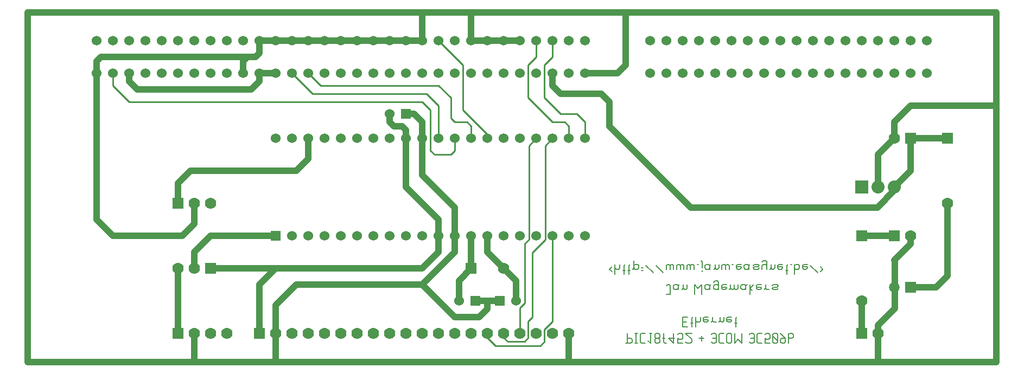
<source format=gbr>
G04 Title: PIC18f452-3COM3C509b-Ethernet, layergroup #1 *
G04 Creator: pcb-bin 20050127 *
G04 CreationDate: Sat Apr 23 10:34:42 2005 UTC *
G04 For: jan *
G04 Format: Gerber/RS-274X *
G04 PCB-Dimensions: 600000 220000 *
G04 PCB-Coordinate-Origin: lower left *
%MOIN*%
%FSLAX24Y24*%
G04 contains layers solder (0) GND-sldr (1) Vcc-sldr (2) unused (6) *
%IPPOS*%
%ADD11C,0.0400*%
%ADD12C,0.0100*%
%ADD13C,0.0080*%
%ADD14R,0.0650X0.0650*%
%ADD15R,0.0710X0.0710*%
%ADD16C,0.0650*%
%ADD17C,0.0710*%
%ADD18R,0.0700X0.0700*%
%ADD19R,0.0760X0.0760*%
%ADD20C,0.0700*%
%ADD21C,0.0760*%
%ADD22C,0.0200*%
%ADD23R,0.0600X0.0600*%
%ADD24R,0.0660X0.0660*%
%ADD25C,0.0600*%
%ADD26C,0.0660*%
%ADD27R,0.0800X0.0800*%
%ADD28R,0.0860X0.0860*%
%ADD29C,0.0800*%
%ADD30C,0.0860*%
%ADD31C,0.1575*%
%ADD32C,0.0350*%
%LNGROUP_0*%
%LPD*%
G01X0Y0D02*
G54D11*X56040Y4840D02*X54440D01*
X56740Y5540D02*X56040Y4840D01*
X56740Y9990D02*Y5540D01*
X56750Y10000D02*X56740Y9990D01*
X54500Y8005D02*Y7500D01*
X53490Y4840D02*X53470Y4860D01*
X53520Y6440D02*Y3540D01*
X54500Y14000D02*X56750D01*
X6500Y17500D02*X7000Y17000D01*
X6500Y18000D02*Y17500D01*
X22500Y15000D02*X22750Y14750D01*
X22500Y15500D02*Y15000D01*
X59500Y16000D02*X54500D01*
X53500Y3500D02*X52500Y2500D01*
Y250D01*
X14500Y18000D02*X15500D01*
X24000Y15500D02*X24500Y15000D01*
X26750Y4000D02*Y3960D01*
X34500Y18000D02*X36500D01*
X9750Y8000D02*X5500D01*
X4500Y18000D02*Y9000D01*
X23500Y20000D02*X22500D01*
X23500Y11250D02*Y11000D01*
X54500Y16000D02*X53500Y15000D01*
X15500Y6000D02*X11500D01*
X18500Y20000D02*X19500D01*
X28500Y4000D02*X29250D01*
G54D12*X31250Y3429D02*Y3750D01*
G54D11*X25500Y8000D02*Y9000D01*
X14000Y19000D02*X14250D01*
X5500Y8000D02*X4500Y9000D01*
G54D12*X29500Y2000D02*X29719D01*
G54D11*X33500D02*Y250D01*
X52455Y9750D02*X53500Y10794D01*
Y14000D02*Y15000D01*
X4500Y18750D02*Y18000D01*
X41000Y9750D02*X52455D01*
X36000Y14750D02*X41000Y9750D01*
X36000Y16250D02*Y14750D01*
X35500Y16750D02*X36000Y16250D01*
X33000Y16750D02*X35500D01*
X32500Y17250D02*X33000Y16750D01*
X32500Y18000D02*Y17250D01*
G54D12*Y15000D02*X31000Y16500D01*
G54D11*X22750Y14750D02*X23250D01*
X23500Y11250D02*Y14500D01*
X24500Y11750D02*Y15000D01*
X23500Y15500D02*X24000D01*
X59750Y21750D02*Y250D01*
X250D01*
Y21750D01*
X15500Y20000D02*X16500D01*
X14500Y19250D02*Y20000D01*
X4500Y18750D02*X4750Y19000D01*
X13750D02*X14000D01*
X14250D02*X14500Y19250D01*
X53500Y10794D02*Y11000D01*
X13500Y18750D02*X13750Y19000D01*
X13500Y18000D02*Y18750D01*
G54D12*X5500Y17250D02*Y18000D01*
X6500Y16250D02*X5500Y17250D01*
X24500Y16250D02*X6500D01*
X25000Y15750D02*X24500Y16250D01*
X25000Y13250D02*Y15750D01*
X25250Y13000D02*X25000Y13250D01*
X26250Y13000D02*X25250D01*
X26500Y13250D02*X26250Y13000D01*
X26500Y14000D02*Y13250D01*
G54D11*X4750Y19000D02*X13750D01*
G54D12*X24750Y16750D02*X25500Y16000D01*
X17750Y16750D02*X24750D01*
X16500Y18000D02*X17750Y16750D01*
X27500Y14750D02*Y14000D01*
X27250Y15000D02*X27500Y14750D01*
X26500Y15000D02*X27250D01*
X26250Y15250D02*X26500Y15000D01*
X26250Y16500D02*Y15250D01*
X25500Y17250D02*X26250Y16500D01*
X18250Y17250D02*X25500D01*
X17500Y18000D02*X18250Y17250D01*
G54D11*X28000Y3000D02*X28500Y3500D01*
X26500Y3000D02*X28000D01*
X24500Y5000D02*X26500Y3000D01*
X25500Y7000D02*Y8000D01*
X27500Y20000D02*Y21750D01*
X24500Y20000D02*Y21750D01*
Y5000D02*X16750D01*
X14500D02*Y2000D01*
X10500D02*Y250D01*
Y8750D02*X9750Y8000D01*
X9500Y6000D02*Y2000D01*
G54D12*X29000Y1250D02*X28500Y1750D01*
X31750Y1250D02*X29000D01*
X32000Y1500D02*X31750Y1250D01*
X32000Y2250D02*Y1500D01*
X32500Y2750D02*X32000Y2250D01*
X32500Y8000D02*Y2750D01*
X31250Y3250D02*Y3429D01*
Y3000D02*Y3250D01*
X31000Y2750D02*X31250Y3000D01*
X31000Y1719D02*Y2750D01*
G54D11*X28500Y20000D02*X27500D01*
G54D12*X29750Y1500D02*X30780D01*
X28500Y1750D02*Y2000D01*
X29500D02*Y1750D01*
X30799Y7519D02*Y3869D01*
Y7519D02*X31050Y7769D01*
X30500Y3569D02*X30799Y3869D01*
X31500Y14000D02*X31050Y13550D01*
Y7769D01*
X32050Y13550D02*X32500Y14000D01*
X30500Y2000D02*Y3569D01*
X31249Y6969D02*X32050Y7769D01*
Y13550D01*
X31249Y3600D02*Y6969D01*
X30780Y1500D02*X31000Y1719D01*
X29500Y1750D02*X29750Y1500D01*
G54D11*X27750Y4000D02*X28500D01*
X14500Y20000D02*X15500D01*
X26500Y7000D02*X24500Y5000D01*
Y6000D02*X15500D01*
G54D12*X31000Y16500D02*Y18500D01*
G54D11*X15500Y3750D02*X16750Y5000D01*
X22500Y20000D02*X21500D01*
G54D12*X31250Y3250D02*Y3429D01*
G54D11*X17500Y20000D02*X18500D01*
X24500Y11750D02*X26500Y9750D01*
G54D12*X23500Y11250D02*Y11000D01*
G54D11*X23250Y14750D02*X23500Y14500D01*
G54D12*X29500Y2000D02*X29719D01*
G54D11*X13750Y19000D02*X14000D01*
X24500Y20000D02*X23500D01*
X27500Y20005D02*Y20000D01*
X9500Y10000D02*Y11250D01*
X16500Y20000D02*X17500D01*
X250Y21750D02*X59750D01*
X11500Y8000D02*X10500Y7000D01*
Y6000D01*
G54D12*X27000Y18500D02*Y15750D01*
X25500Y20000D02*X27000Y18500D01*
G54D11*X16750Y12000D02*X17500Y12750D01*
G54D12*X32000Y18500D02*Y16500D01*
X34500Y15000D02*Y14000D01*
G54D11*X29500Y20000D02*X28500D01*
G54D12*X33500Y14750D02*Y14000D01*
X33250Y15000D02*X33500Y14750D01*
G54D11*X10250Y12000D02*X16750D01*
X9500Y11250D02*X10250Y12000D01*
X54500Y8000D02*Y8005D01*
X27500Y8000D02*Y6000D01*
X15500Y3750D02*Y250D01*
G54D12*X31500Y20000D02*Y19000D01*
G54D11*X20500Y20000D02*X21500D01*
G54D12*X32500Y15000D02*X33250D01*
X32500Y20000D02*Y19000D01*
G54D11*X15500Y6000D02*X14500Y5000D01*
G54D12*X31000Y18500D02*X31500Y19000D01*
G54D11*X26500Y7000D02*Y9750D01*
G54D12*X32500Y19000D02*X32000Y18500D01*
G54D11*X25500Y7000D02*X24500Y6000D01*
X10500Y10000D02*Y8750D01*
X34994Y18000D02*X34500D01*
G54D12*X27000Y15750D02*X28500Y14250D01*
G54D11*X17500Y12750D02*Y14000D01*
X23500Y11000D02*X25500Y9000D01*
X7000Y17000D02*X14000D01*
G54D12*X25500Y16000D02*Y14000D01*
G54D11*X24500Y20000D02*Y20005D01*
G54D12*X28500Y14000D02*Y14250D01*
G54D11*X36500Y18000D02*X37000Y18500D01*
X15500Y8000D02*X11500D01*
X30260Y5240D02*X28500Y7000D01*
X26750Y5250D02*Y4000D01*
X30260Y5240D02*Y3970D01*
X30250Y4000D02*Y3980D01*
X30260Y3970D01*
X27500Y6000D02*X26750Y5250D01*
X19500Y20000D02*X20500D01*
X28500Y8000D02*Y7000D01*
Y3500D02*Y4000D01*
X26750D02*Y3960D01*
X14500Y17500D02*Y18000D01*
X30500Y20000D02*X29500D01*
X54500Y7500D02*X53500Y6500D01*
X37000Y18500D02*Y21750D01*
G54D12*X33000Y15500D02*X34000D01*
G54D11*X52500Y13000D02*Y11000D01*
G54D12*X32000Y16500D02*X33000Y15500D01*
G54D11*X54500Y12000D02*X53500Y11000D01*
X51500Y8000D02*X53500D01*
G54D12*X34000Y15500D02*X34500Y15000D01*
G54D11*X52500Y13000D02*X53500Y14000D01*
X51500Y4000D02*Y2000D01*
X14000Y17000D02*X14500Y17500D01*
X54500Y12000D02*Y14000D01*
G04 Text: <http://www.janw.easynet.be/> *
G54D13*X36000Y5950D02*X36150Y5800D01*
X36000Y5950D02*X36150Y6100D01*
X36330Y5650D02*Y6250D01*
Y6025D02*X36405Y5950D01*
X36555D01*
X36630Y6025D01*
Y6250D01*
X36885Y5650D02*Y6175D01*
X36960Y6250D01*
X36810Y5875D02*X36960D01*
X37185Y5650D02*Y6175D01*
X37260Y6250D01*
X37110Y5875D02*X37260D01*
X37485Y6025D02*Y6475D01*
X37410Y5950D02*X37485Y6025D01*
X37560Y5950D01*
X37710D01*
X37785Y6025D01*
Y6175D01*
X37710Y6250D02*X37785Y6175D01*
X37560Y6250D02*X37710D01*
X37485Y6175D02*X37560Y6250D01*
X37965Y5875D02*X38040D01*
X37965Y6025D02*X38040D01*
X38220Y6175D02*X38670Y5725D01*
X38851Y6175D02*X39301Y5725D01*
X39481Y5950D02*Y6175D01*
X39556Y6250D01*
X39631D01*
X39706Y6175D01*
Y5950D02*Y6175D01*
X39781Y6250D01*
X39856D01*
X39931Y6175D01*
Y5950D02*Y6175D01*
X40111Y5950D02*Y6175D01*
X40186Y6250D01*
X40261D01*
X40336Y6175D01*
Y5950D02*Y6175D01*
X40411Y6250D01*
X40486D01*
X40561Y6175D01*
Y5950D02*Y6175D01*
X40741Y5950D02*Y6175D01*
X40816Y6250D01*
X40891D01*
X40966Y6175D01*
Y5950D02*Y6175D01*
X41041Y6250D01*
X41116D01*
X41191Y6175D01*
Y5950D02*Y6175D01*
X41371Y6250D02*X41446D01*
X41701Y5800D02*Y5875D01*
Y6025D02*Y6400D01*
X41626Y6475D02*X41701Y6400D01*
X42076Y5950D02*X42151Y6025D01*
X41926Y5950D02*X42076D01*
X41851Y6025D02*X41926Y5950D01*
X41851Y6025D02*Y6175D01*
X41926Y6250D01*
X42151Y5950D02*Y6175D01*
X42226Y6250D01*
X41926D02*X42076D01*
X42151Y6175D01*
X42482Y6025D02*Y6250D01*
Y6025D02*X42557Y5950D01*
X42632D01*
X42707Y6025D01*
Y6250D01*
X42407Y5950D02*X42482Y6025D01*
X42887Y5950D02*Y6175D01*
X42962Y6250D01*
X43037D01*
X43112Y6175D01*
Y5950D02*Y6175D01*
X43187Y6250D01*
X43262D01*
X43337Y6175D01*
Y5950D02*Y6175D01*
X43517Y6250D02*X43592D01*
X43847D02*X44072D01*
X43772Y6175D02*X43847Y6250D01*
X43772Y6025D02*Y6175D01*
Y6025D02*X43847Y5950D01*
X43997D01*
X44072Y6025D01*
X43772Y6100D02*X44072D01*
Y6025D02*Y6100D01*
X44477Y5950D02*X44552Y6025D01*
X44327Y5950D02*X44477D01*
X44252Y6025D02*X44327Y5950D01*
X44252Y6025D02*Y6175D01*
X44327Y6250D01*
X44552Y5950D02*Y6175D01*
X44627Y6250D01*
X44327D02*X44477D01*
X44552Y6175D01*
X44882Y6250D02*X45107D01*
X45182Y6175D01*
X45107Y6100D02*X45182Y6175D01*
X44882Y6100D02*X45107D01*
X44807Y6025D02*X44882Y6100D01*
X44807Y6025D02*X44882Y5950D01*
X45107D01*
X45182Y6025D01*
X44807Y6175D02*X44882Y6250D01*
X45363Y5950D02*Y6175D01*
X45438Y6250D01*
X45663Y5950D02*Y6400D01*
X45588Y6475D02*X45663Y6400D01*
X45438Y6475D02*X45588D01*
X45363Y6400D02*X45438Y6475D01*
Y6250D02*X45588D01*
X45663Y6175D01*
X45918Y6025D02*Y6250D01*
Y6025D02*X45993Y5950D01*
X46068D01*
X46143Y6025D01*
Y6250D01*
X45843Y5950D02*X45918Y6025D01*
X46398Y6250D02*X46623D01*
X46323Y6175D02*X46398Y6250D01*
X46323Y6025D02*Y6175D01*
Y6025D02*X46398Y5950D01*
X46548D01*
X46623Y6025D01*
X46323Y6100D02*X46623D01*
Y6025D02*Y6100D01*
X46878Y5650D02*Y6175D01*
X46953Y6250D01*
X46803Y5875D02*X46953D01*
X47103Y6250D02*X47178D01*
X47358Y5650D02*Y6250D01*
Y6175D02*X47433Y6250D01*
X47583D01*
X47658Y6175D01*
Y6025D02*Y6175D01*
X47583Y5950D02*X47658Y6025D01*
X47433Y5950D02*X47583D01*
X47358Y6025D02*X47433Y5950D01*
X47913Y6250D02*X48138D01*
X47838Y6175D02*X47913Y6250D01*
X47838Y6025D02*Y6175D01*
Y6025D02*X47913Y5950D01*
X48063D01*
X48138Y6025D01*
X47838Y6100D02*X48138D01*
Y6025D02*Y6100D01*
X48319Y6175D02*X48769Y5725D01*
X48949Y5800D02*X49099Y5950D01*
X48949Y6100D02*X49099Y5950D01*
G04 Text: Jan Wagemakers *
X39500Y4400D02*X39725D01*
Y4925D01*
X39650Y5000D02*X39725Y4925D01*
X39575Y5000D02*X39650D01*
X39500Y4925D02*X39575Y5000D01*
X40130Y4700D02*X40205Y4775D01*
X39980Y4700D02*X40130D01*
X39905Y4775D02*X39980Y4700D01*
X39905Y4775D02*Y4925D01*
X39980Y5000D01*
X40205Y4700D02*Y4925D01*
X40280Y5000D01*
X39980D02*X40130D01*
X40205Y4925D01*
X40535Y4775D02*Y5000D01*
Y4775D02*X40610Y4700D01*
X40685D01*
X40760Y4775D01*
Y5000D01*
X40460Y4700D02*X40535Y4775D01*
X41210Y4400D02*Y5000D01*
X41435Y4775D01*
X41660Y5000D01*
Y4400D02*Y5000D01*
X42065Y4700D02*X42140Y4775D01*
X41915Y4700D02*X42065D01*
X41840Y4775D02*X41915Y4700D01*
X41840Y4775D02*Y4925D01*
X41915Y5000D01*
X42140Y4700D02*Y4925D01*
X42215Y5000D01*
X41915D02*X42065D01*
X42140Y4925D01*
X42620Y4700D02*X42695Y4775D01*
X42470Y4700D02*X42620D01*
X42395Y4775D02*X42470Y4700D01*
X42395Y4775D02*Y4925D01*
X42470Y5000D01*
X42620D01*
X42695Y4925D01*
X42395Y5150D02*X42470Y5225D01*
X42620D01*
X42695Y5150D01*
Y4700D02*Y5150D01*
X42950Y5000D02*X43175D01*
X42875Y4925D02*X42950Y5000D01*
X42875Y4775D02*Y4925D01*
Y4775D02*X42950Y4700D01*
X43100D01*
X43175Y4775D01*
X42875Y4850D02*X43175D01*
Y4775D02*Y4850D01*
X43431Y4775D02*Y5000D01*
Y4775D02*X43506Y4700D01*
X43581D01*
X43656Y4775D01*
Y5000D01*
Y4775D02*X43731Y4700D01*
X43806D01*
X43881Y4775D01*
Y5000D01*
X43356Y4700D02*X43431Y4775D01*
X44286Y4700D02*X44361Y4775D01*
X44136Y4700D02*X44286D01*
X44061Y4775D02*X44136Y4700D01*
X44061Y4775D02*Y4925D01*
X44136Y5000D01*
X44361Y4700D02*Y4925D01*
X44436Y5000D01*
X44136D02*X44286D01*
X44361Y4925D01*
X44616Y4400D02*Y5000D01*
Y4775D02*X44841Y5000D01*
X44616Y4775D02*X44766Y4625D01*
X45096Y5000D02*X45321D01*
X45021Y4925D02*X45096Y5000D01*
X45021Y4775D02*Y4925D01*
Y4775D02*X45096Y4700D01*
X45246D01*
X45321Y4775D01*
X45021Y4850D02*X45321D01*
Y4775D02*Y4850D01*
X45576Y4775D02*Y5000D01*
Y4775D02*X45651Y4700D01*
X45801D01*
X45501D02*X45576Y4775D01*
X46056Y5000D02*X46281D01*
X46356Y4925D01*
X46281Y4850D02*X46356Y4925D01*
X46056Y4850D02*X46281D01*
X45981Y4775D02*X46056Y4850D01*
X45981Y4775D02*X46056Y4700D01*
X46281D01*
X46356Y4775D01*
X45981Y4925D02*X46056Y5000D01*
G04 Text: Ethernet *
X40500Y2700D02*X40725D01*
X40500Y3000D02*X40800D01*
X40500Y2400D02*Y3000D01*
Y2400D02*X40800D01*
X41055D02*Y2925D01*
X41130Y3000D01*
X40980Y2625D02*X41130D01*
X41280Y2400D02*Y3000D01*
Y2775D02*X41355Y2700D01*
X41505D01*
X41580Y2775D01*
Y3000D01*
X41835D02*X42060D01*
X41760Y2925D02*X41835Y3000D01*
X41760Y2775D02*Y2925D01*
Y2775D02*X41835Y2700D01*
X41985D01*
X42060Y2775D01*
X41760Y2850D02*X42060D01*
Y2775D02*Y2850D01*
X42315Y2775D02*Y3000D01*
Y2775D02*X42390Y2700D01*
X42540D01*
X42240D02*X42315Y2775D01*
X42795D02*Y3000D01*
Y2775D02*X42870Y2700D01*
X42945D01*
X43020Y2775D01*
Y3000D01*
X42720Y2700D02*X42795Y2775D01*
X43275Y3000D02*X43500D01*
X43200Y2925D02*X43275Y3000D01*
X43200Y2775D02*Y2925D01*
Y2775D02*X43275Y2700D01*
X43425D01*
X43500Y2775D01*
X43200Y2850D02*X43500D01*
Y2775D02*Y2850D01*
X43756Y2400D02*Y2925D01*
X43831Y3000D01*
X43681Y2625D02*X43831D01*
G04 Text: PIC18f452 + 3COM 3C509b *
X37075Y1400D02*Y2000D01*
X37000Y1400D02*X37300D01*
X37375Y1475D01*
Y1625D01*
X37300Y1700D02*X37375Y1625D01*
X37075Y1700D02*X37300D01*
X37555Y1400D02*X37705D01*
X37630D02*Y2000D01*
X37555D02*X37705D01*
X37960D02*X38185D01*
X37885Y1925D02*X37960Y2000D01*
X37885Y1475D02*Y1925D01*
Y1475D02*X37960Y1400D01*
X38185D01*
X38440Y2000D02*X38590D01*
X38515Y1400D02*Y2000D01*
X38365Y1550D02*X38515Y1400D01*
X38770Y1925D02*X38845Y2000D01*
X38770Y1775D02*Y1925D01*
Y1775D02*X38845Y1700D01*
X38995D01*
X39070Y1775D01*
Y1925D01*
X38995Y2000D02*X39070Y1925D01*
X38845Y2000D02*X38995D01*
X38770Y1625D02*X38845Y1700D01*
X38770Y1475D02*Y1625D01*
Y1475D02*X38845Y1400D01*
X38995D01*
X39070Y1475D01*
Y1625D01*
X38995Y1700D02*X39070Y1625D01*
X39325Y1475D02*Y2000D01*
Y1475D02*X39400Y1400D01*
X39475D01*
X39250Y1700D02*X39400D01*
X39625D02*X39925Y1400D01*
X39625Y1700D02*X40000D01*
X39925Y1400D02*Y2000D01*
X40181Y1400D02*X40481D01*
X40181D02*Y1700D01*
X40256Y1625D01*
X40406D01*
X40481Y1700D01*
Y1925D01*
X40406Y2000D02*X40481Y1925D01*
X40256Y2000D02*X40406D01*
X40181Y1925D02*X40256Y2000D01*
X40661Y1475D02*X40736Y1400D01*
X40961D01*
X41036Y1475D01*
Y1625D01*
X40661Y2000D02*X41036Y1625D01*
X40661Y2000D02*X41036D01*
X41486Y1700D02*X41786D01*
X41636Y1550D02*Y1850D01*
X42236Y1475D02*X42311Y1400D01*
X42461D01*
X42536Y1475D01*
Y1925D01*
X42461Y2000D02*X42536Y1925D01*
X42311Y2000D02*X42461D01*
X42236Y1925D02*X42311Y2000D01*
Y1700D02*X42536D01*
X42791Y2000D02*X43016D01*
X42716Y1925D02*X42791Y2000D01*
X42716Y1475D02*Y1925D01*
Y1475D02*X42791Y1400D01*
X43016D01*
X43196Y1475D02*Y1925D01*
Y1475D02*X43271Y1400D01*
X43421D01*
X43496Y1475D01*
Y1925D01*
X43421Y2000D02*X43496Y1925D01*
X43271Y2000D02*X43421D01*
X43196Y1925D02*X43271Y2000D01*
X43676Y1400D02*Y2000D01*
Y1400D02*X43901Y1625D01*
X44126Y1400D01*
Y2000D01*
X44577Y1475D02*X44652Y1400D01*
X44802D01*
X44877Y1475D01*
Y1925D01*
X44802Y2000D02*X44877Y1925D01*
X44652Y2000D02*X44802D01*
X44577Y1925D02*X44652Y2000D01*
Y1700D02*X44877D01*
X45132Y2000D02*X45357D01*
X45057Y1925D02*X45132Y2000D01*
X45057Y1475D02*Y1925D01*
Y1475D02*X45132Y1400D01*
X45357D01*
X45537D02*X45837D01*
X45537D02*Y1700D01*
X45612Y1625D01*
X45762D01*
X45837Y1700D01*
Y1925D01*
X45762Y2000D02*X45837Y1925D01*
X45612Y2000D02*X45762D01*
X45537Y1925D02*X45612Y2000D01*
X46017Y1925D02*X46092Y2000D01*
X46017Y1475D02*Y1925D01*
Y1475D02*X46092Y1400D01*
X46242D01*
X46317Y1475D01*
Y1925D01*
X46242Y2000D02*X46317Y1925D01*
X46092Y2000D02*X46242D01*
X46017Y1850D02*X46317Y1550D01*
X46497Y2000D02*X46797Y1700D01*
Y1475D02*Y1700D01*
X46722Y1400D02*X46797Y1475D01*
X46572Y1400D02*X46722D01*
X46497Y1475D02*X46572Y1400D01*
X46497Y1475D02*Y1625D01*
X46572Y1700D01*
X46797D01*
X46977Y1400D02*Y2000D01*
Y1925D02*X47052Y2000D01*
X47202D01*
X47277Y1925D01*
Y1775D02*Y1925D01*
X47202Y1700D02*X47277Y1775D01*
X47052Y1700D02*X47202D01*
X46977Y1775D02*X47052Y1700D01*
G54D14*X54490Y4840D03*
G54D16*X53490D03*
G54D18*X56750Y14000D03*
G54D20*Y10000D03*
G54D23*X23500Y15500D03*
G54D25*X22500D03*
G54D18*X9500Y10000D03*
G54D20*X10500D03*
X11500D03*
G54D23*X27750Y4000D03*
G54D25*X26750D03*
G54D23*X29250D03*
G54D25*X30250D03*
G54D18*X27500Y6000D03*
G54D20*X29500D03*
G54D18*X14500Y2000D03*
G54D20*X15500D03*
X16500D03*
X17500D03*
X18500D03*
X19500D03*
X20500D03*
X21500D03*
X22500D03*
X23500D03*
X24500D03*
X25500D03*
X26500D03*
X27500D03*
X28500D03*
X29500D03*
X30500D03*
X31500D03*
X32500D03*
X33500D03*
G54D18*X11500Y6000D03*
G54D20*X10500D03*
X9500D03*
G54D27*X51500Y11000D03*
G54D29*X52500D03*
X53500D03*
G54D18*Y8000D03*
G54D20*X54500D03*
G54D18*X51500Y2000D03*
G54D20*X52500D03*
G54D18*X54500Y14000D03*
G54D20*X53500D03*
G54D25*X4500Y18000D03*
X5500D03*
X6500D03*
X7500D03*
X8500D03*
X9500D03*
X10500D03*
X11500D03*
X12500D03*
X13500D03*
X14500D03*
X15500D03*
X16500D03*
X17500D03*
X18500D03*
X19500D03*
X20500D03*
X21500D03*
X22500D03*
X23500D03*
X24500D03*
X25500D03*
X26500D03*
X27500D03*
X28500D03*
X29500D03*
X30500D03*
X31500D03*
X32500D03*
X33500D03*
X34500D03*
X4500Y20000D03*
X5500D03*
X6500D03*
X7500D03*
X8500D03*
X9500D03*
X10500D03*
X11500D03*
X12500D03*
X13500D03*
X14500D03*
X15500D03*
X16500D03*
X17500D03*
X18500D03*
X19500D03*
X20500D03*
X21500D03*
X22500D03*
X23500D03*
X24500D03*
X25500D03*
X26500D03*
X27500D03*
X28500D03*
X29500D03*
X30500D03*
X31500D03*
X32500D03*
X33500D03*
X34500D03*
X38500Y18000D03*
X39500D03*
X40500D03*
X41500D03*
X42500D03*
X43500D03*
X44500D03*
X45500D03*
X46500D03*
X47500D03*
X48500D03*
X49500D03*
X50500D03*
X51500D03*
X52500D03*
X53500D03*
X54500D03*
X55500D03*
X38500Y20000D03*
X39500D03*
X40500D03*
X41500D03*
X42500D03*
X43500D03*
X44500D03*
X45500D03*
X46500D03*
X47500D03*
X48500D03*
X49500D03*
X50500D03*
X51500D03*
X52500D03*
X53500D03*
X54500D03*
X55500D03*
G54D18*X9500Y2000D03*
G54D20*X10500D03*
X11500D03*
X12500D03*
G54D23*X15500Y8000D03*
G54D25*X16500D03*
X17500D03*
X18500D03*
X19500D03*
X20500D03*
X21500D03*
X22500D03*
X23500D03*
X24500D03*
X25500D03*
X26500D03*
X27500D03*
X28500D03*
X29500D03*
X30500D03*
X31500D03*
X32500D03*
X33500D03*
X34500D03*
Y14000D03*
X33500D03*
X32500D03*
X31500D03*
X30500D03*
X29500D03*
X28500D03*
X27500D03*
X26500D03*
X25500D03*
X24500D03*
X23500D03*
X22500D03*
X21500D03*
X20500D03*
X19500D03*
X18500D03*
X17500D03*
X16500D03*
X15500D03*
G54D18*X51500Y8000D03*
G54D20*Y4000D03*
M02*

</source>
